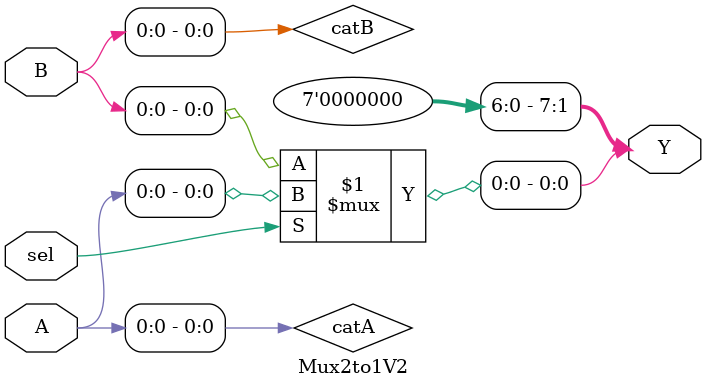
<source format=v>

module Mux2to1V2(output [7:0] Y, input [3:0] A, input [7:0] B, input sel);
  assign catA = {4'b0000, A};
  assign catB = {4'b0000, B};
  assign Y = (sel) ? catA : catB;
endmodule

</source>
